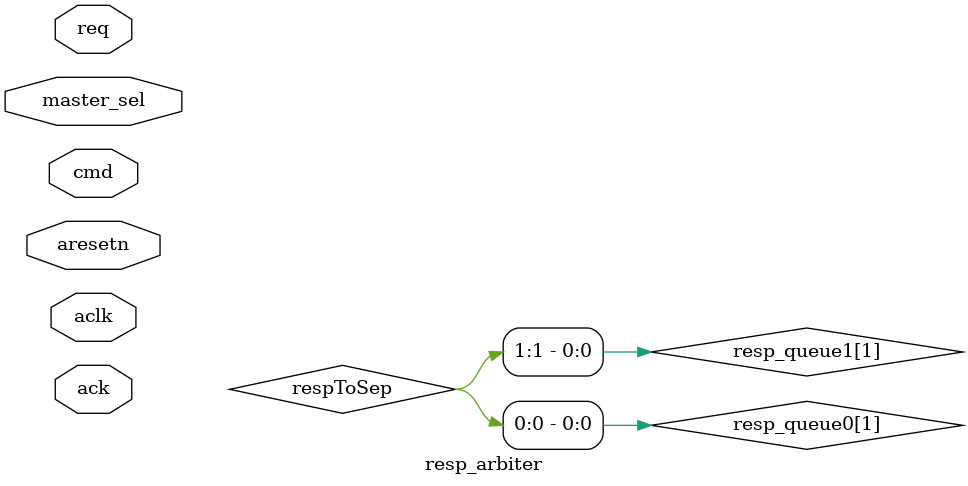
<source format=sv>
module resp_arbiter#(
	parameter AWIDTH = 32,
	parameter DWIDTH = 32,
	parameter MATSER_NUM = 2
)(
	input aclk,
	input aresetn,
	
	input     req,
	input     cmd,
	input     master_sel,  // addr [AWIDTH - 1]
	input     ack,
	
	rd_if.out rd_port_out,
	
	rd_if.in  rd_port0,
	rd_if.in  rd_port1
);
	localparam REQ_COUNTER_WIDTH = 8;
	localparam QUEUE_RESP_SIZE = 2;
	
	logic [MATSER_NUM - 1:0] push_en;
	
	logic [DWIDTH - 1:0] rdata [MATSER_NUM - 1 : 0];
	logic [MATSER_NUM - 1:0] pop;
	logic [MATSER_NUM - 1:0] fifo_not_empty ;
	
	logic                resp_queue0 [QUEUE_RESP_SIZE - 1:0];
	logic [DWIDTH - 1:0] rdata_queue0 [QUEUE_RESP_SIZE - 1:0];
	
	logic                resp_queue1 [QUEUE_RESP_SIZE - 1:0];
	logic [DWIDTH - 1:0] rdata_queue1 [QUEUE_RESP_SIZE - 1:0];
	
	logic  [MATSER_NUM-1:0] respToSep;
	
	assign respToSep[0] = resp_queue0[QUEUE_RESP_SIZE - 1];
	assign respToSep[1] = resp_queue1[QUEUE_RESP_SIZE - 1];
	
	logic rd_req_complete;
	
	wire any_resp = | fifo_not_empty;

	resp_separator#(
		.MATSER_NUM(MATSER_NUM)
	) resp_separator0(
		.aclk       (aclk            ),
		.aresetn    (aresetn         ),
		.rd_req     (rd_req_complete ),
		.master_sel (master_sel      ),
		.resp       (respToSep       ),
		.resp_en    (push_en         )
	);	
	
	wire push_fifo0 = resp_queue0[QUEUE_RESP_SIZE - 1] & push_en[0];
	
	fifo #(
		.DWIDTH(AWIDTH)
	) fifo_0 (
		.aclk      ( aclk              ),
		.aresetn   ( aresetn           ),
		.push_data ( rdata_queue0[QUEUE_RESP_SIZE - 1]),
		.pop_data  ( rdata[0]          ),
		.push      ( push_fifo0        ),
		.pop       ( pop[0]            ),
		.not_empty ( fifo_not_empty[0] ),
		.full      ()
	);

	wire push_fifo1 = resp_queue1[QUEUE_RESP_SIZE - 1] & push_en[1];

	fifo #(
		.DWIDTH(AWIDTH)
	) fifo_1 (
		.aclk      ( aclk              ),
		.aresetn   ( aresetn           ),
		.push_data ( rdata_queue1[QUEUE_RESP_SIZE - 1]),
		.pop_data  ( rdata[1]          ),
		.push      ( push_fifo1        ),
		.pop       ( pop[1]            ),
		.not_empty ( fifo_not_empty[1] ),
		.full      ()
	);

	///////////////////////////////////
	// RD Request counter for Master 0

	///////////////////////////////////
	// FSM
	
	typedef enum {
		IDLE,
		DETECT_RESP,
		// FIFO0 handling
		CHECK_FIFO0,
		RETURN_RESP0,
		// FIFO1 handling
		CHECK_FIFO1,
		RETURN_RESP1
	} State_e;
	
	State_e state, next;
	
	always_ff@(posedge aclk)
		if (!aresetn) begin
			state <= IDLE;
		end else begin
			state <= next;
		end	
		
	always_comb begin
		next = state;
		case(state)
		IDLE:
			next = DETECT_RESP;
		DETECT_RESP:
			if (any_resp)
				next = CHECK_FIFO0;
		// FIFO0 handling
		CHECK_FIFO0:
			if (fifo_not_empty[0])
				next = RETURN_RESP0;
			else
				next = CHECK_FIFO1;
		RETURN_RESP0:
			next = CHECK_FIFO1;
		// FIFO1 handling
		CHECK_FIFO1:
			if (fifo_not_empty[1])
				next = RETURN_RESP1;
			else
				next = DETECT_RESP;
		RETURN_RESP1:
			next = DETECT_RESP;	
		endcase
	end
	
	
	//////////////////////////////
	// Resp Control
	
	always_ff@(posedge aclk)
		if (!aresetn) begin
			rd_port_out.resp <= 0;
			rd_port_out.rdata <= '0;
			pop <= '0;
		end else 
			case (state)
			RETURN_RESP0:
				begin
				rd_port_out.resp <= 1;
				rd_port_out.rdata <= rdata[0];
				pop[0] <= 1;
				end
			RETURN_RESP1:
				begin
				rd_port_out.resp <= 1;
				rd_port_out.rdata <= rdata[1];
				pop[1] <= 1;
				end
			default:
				begin
				pop <= '0;
				rd_port_out.resp <= 0;
				rd_port_out.rdata <= '0;
				end
			endcase
	
	
	///////////////////////////
	// rd_req_complete
	wire rd_req_complete_en = (req & ack) & !cmd;
	
	always_ff@(posedge aclk)
		if (!aresetn | !rd_req_complete_en)
			rd_req_complete <= 0;
		else 
			rd_req_complete <= 1;
			
			
	/////////////////////////////
	// Queue 0 Control
	
	always_ff@(posedge aclk)
		if (!aresetn) begin
			for (int i = 0; i < QUEUE_RESP_SIZE; i++) begin
				resp_queue0[i] <= '0;
				rdata_queue0[i] <= '0;
			end
		end else begin
		
			resp_queue0[0]  <= rd_port0.resp; 
			rdata_queue0[0] <= rd_port0.rdata;				
		
			for (int i = 1; i < QUEUE_RESP_SIZE; i++) begin				
				resp_queue0[i] <= resp_queue0[i-1];
				rdata_queue0[i] <= rdata_queue0[i-1];
			end
		end
	
	/////////////////////////////
	// Queue 1 Control
	
	always_ff@(posedge aclk)
		if (!aresetn) begin
			for (int i = 0; i < QUEUE_RESP_SIZE; i++) begin
				resp_queue1[i] <= '0;
				rdata_queue1[i] <= '0;
			end
		end else begin
		
			resp_queue1[0]  <= rd_port1.resp; 
			rdata_queue1[0] <= rd_port1.rdata;				
		
			for (int i = 1; i < QUEUE_RESP_SIZE; i++) begin				
				resp_queue1[i] <= resp_queue1[i-1];
				rdata_queue1[i] <= rdata_queue1[i-1];
			end
		end	

endmodule
</source>
